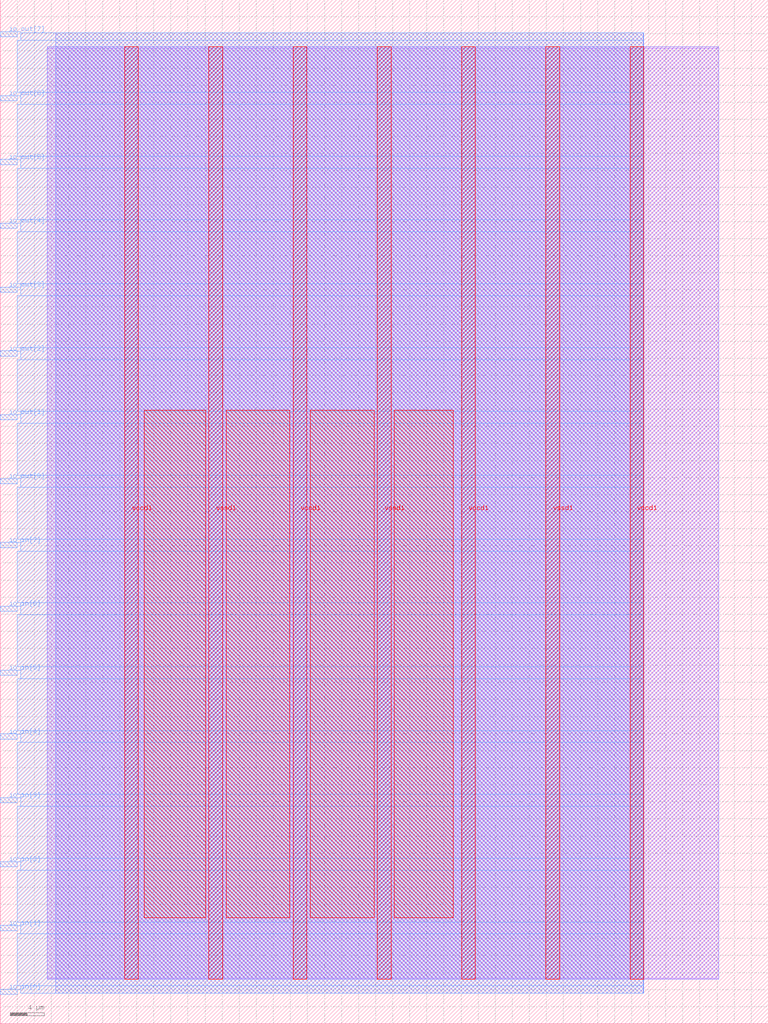
<source format=lef>
VERSION 5.7 ;
  NOWIREEXTENSIONATPIN ON ;
  DIVIDERCHAR "/" ;
  BUSBITCHARS "[]" ;
MACRO migcorre_pwm
  CLASS BLOCK ;
  FOREIGN migcorre_pwm ;
  ORIGIN 0.000 0.000 ;
  SIZE 90.000 BY 120.000 ;
  PIN io_in[0]
    DIRECTION INPUT ;
    USE SIGNAL ;
    PORT
      LAYER met3 ;
        RECT 0.000 3.440 2.000 4.040 ;
    END
  END io_in[0]
  PIN io_in[1]
    DIRECTION INPUT ;
    USE SIGNAL ;
    PORT
      LAYER met3 ;
        RECT 0.000 10.920 2.000 11.520 ;
    END
  END io_in[1]
  PIN io_in[2]
    DIRECTION INPUT ;
    USE SIGNAL ;
    PORT
      LAYER met3 ;
        RECT 0.000 18.400 2.000 19.000 ;
    END
  END io_in[2]
  PIN io_in[3]
    DIRECTION INPUT ;
    USE SIGNAL ;
    PORT
      LAYER met3 ;
        RECT 0.000 25.880 2.000 26.480 ;
    END
  END io_in[3]
  PIN io_in[4]
    DIRECTION INPUT ;
    USE SIGNAL ;
    PORT
      LAYER met3 ;
        RECT 0.000 33.360 2.000 33.960 ;
    END
  END io_in[4]
  PIN io_in[5]
    DIRECTION INPUT ;
    USE SIGNAL ;
    PORT
      LAYER met3 ;
        RECT 0.000 40.840 2.000 41.440 ;
    END
  END io_in[5]
  PIN io_in[6]
    DIRECTION INPUT ;
    USE SIGNAL ;
    PORT
      LAYER met3 ;
        RECT 0.000 48.320 2.000 48.920 ;
    END
  END io_in[6]
  PIN io_in[7]
    DIRECTION INPUT ;
    USE SIGNAL ;
    PORT
      LAYER met3 ;
        RECT 0.000 55.800 2.000 56.400 ;
    END
  END io_in[7]
  PIN io_out[0]
    DIRECTION OUTPUT TRISTATE ;
    USE SIGNAL ;
    PORT
      LAYER met3 ;
        RECT 0.000 63.280 2.000 63.880 ;
    END
  END io_out[0]
  PIN io_out[1]
    DIRECTION OUTPUT TRISTATE ;
    USE SIGNAL ;
    PORT
      LAYER met3 ;
        RECT 0.000 70.760 2.000 71.360 ;
    END
  END io_out[1]
  PIN io_out[2]
    DIRECTION OUTPUT TRISTATE ;
    USE SIGNAL ;
    PORT
      LAYER met3 ;
        RECT 0.000 78.240 2.000 78.840 ;
    END
  END io_out[2]
  PIN io_out[3]
    DIRECTION OUTPUT TRISTATE ;
    USE SIGNAL ;
    PORT
      LAYER met3 ;
        RECT 0.000 85.720 2.000 86.320 ;
    END
  END io_out[3]
  PIN io_out[4]
    DIRECTION OUTPUT TRISTATE ;
    USE SIGNAL ;
    PORT
      LAYER met3 ;
        RECT 0.000 93.200 2.000 93.800 ;
    END
  END io_out[4]
  PIN io_out[5]
    DIRECTION OUTPUT TRISTATE ;
    USE SIGNAL ;
    PORT
      LAYER met3 ;
        RECT 0.000 100.680 2.000 101.280 ;
    END
  END io_out[5]
  PIN io_out[6]
    DIRECTION OUTPUT TRISTATE ;
    USE SIGNAL ;
    PORT
      LAYER met3 ;
        RECT 0.000 108.160 2.000 108.760 ;
    END
  END io_out[6]
  PIN io_out[7]
    DIRECTION OUTPUT TRISTATE ;
    USE SIGNAL ;
    PORT
      LAYER met3 ;
        RECT 0.000 115.640 2.000 116.240 ;
    END
  END io_out[7]
  PIN vccd1
    DIRECTION INOUT ;
    USE POWER ;
    PORT
      LAYER met4 ;
        RECT 14.590 5.200 16.190 114.480 ;
    END
    PORT
      LAYER met4 ;
        RECT 34.330 5.200 35.930 114.480 ;
    END
    PORT
      LAYER met4 ;
        RECT 54.070 5.200 55.670 114.480 ;
    END
    PORT
      LAYER met4 ;
        RECT 73.810 5.200 75.410 114.480 ;
    END
  END vccd1
  PIN vssd1
    DIRECTION INOUT ;
    USE GROUND ;
    PORT
      LAYER met4 ;
        RECT 24.460 5.200 26.060 114.480 ;
    END
    PORT
      LAYER met4 ;
        RECT 44.200 5.200 45.800 114.480 ;
    END
    PORT
      LAYER met4 ;
        RECT 63.940 5.200 65.540 114.480 ;
    END
  END vssd1
  OBS
      LAYER li1 ;
        RECT 5.520 5.355 84.180 114.325 ;
      LAYER met1 ;
        RECT 5.520 5.200 84.180 114.480 ;
      LAYER met2 ;
        RECT 6.530 3.555 75.380 116.125 ;
      LAYER met3 ;
        RECT 2.400 115.240 75.400 116.105 ;
        RECT 2.000 109.160 75.400 115.240 ;
        RECT 2.400 107.760 75.400 109.160 ;
        RECT 2.000 101.680 75.400 107.760 ;
        RECT 2.400 100.280 75.400 101.680 ;
        RECT 2.000 94.200 75.400 100.280 ;
        RECT 2.400 92.800 75.400 94.200 ;
        RECT 2.000 86.720 75.400 92.800 ;
        RECT 2.400 85.320 75.400 86.720 ;
        RECT 2.000 79.240 75.400 85.320 ;
        RECT 2.400 77.840 75.400 79.240 ;
        RECT 2.000 71.760 75.400 77.840 ;
        RECT 2.400 70.360 75.400 71.760 ;
        RECT 2.000 64.280 75.400 70.360 ;
        RECT 2.400 62.880 75.400 64.280 ;
        RECT 2.000 56.800 75.400 62.880 ;
        RECT 2.400 55.400 75.400 56.800 ;
        RECT 2.000 49.320 75.400 55.400 ;
        RECT 2.400 47.920 75.400 49.320 ;
        RECT 2.000 41.840 75.400 47.920 ;
        RECT 2.400 40.440 75.400 41.840 ;
        RECT 2.000 34.360 75.400 40.440 ;
        RECT 2.400 32.960 75.400 34.360 ;
        RECT 2.000 26.880 75.400 32.960 ;
        RECT 2.400 25.480 75.400 26.880 ;
        RECT 2.000 19.400 75.400 25.480 ;
        RECT 2.400 18.000 75.400 19.400 ;
        RECT 2.000 11.920 75.400 18.000 ;
        RECT 2.400 10.520 75.400 11.920 ;
        RECT 2.000 4.440 75.400 10.520 ;
        RECT 2.400 3.575 75.400 4.440 ;
      LAYER met4 ;
        RECT 16.855 12.415 24.060 71.905 ;
        RECT 26.460 12.415 33.930 71.905 ;
        RECT 36.330 12.415 43.800 71.905 ;
        RECT 46.200 12.415 53.065 71.905 ;
  END
END migcorre_pwm
END LIBRARY


</source>
